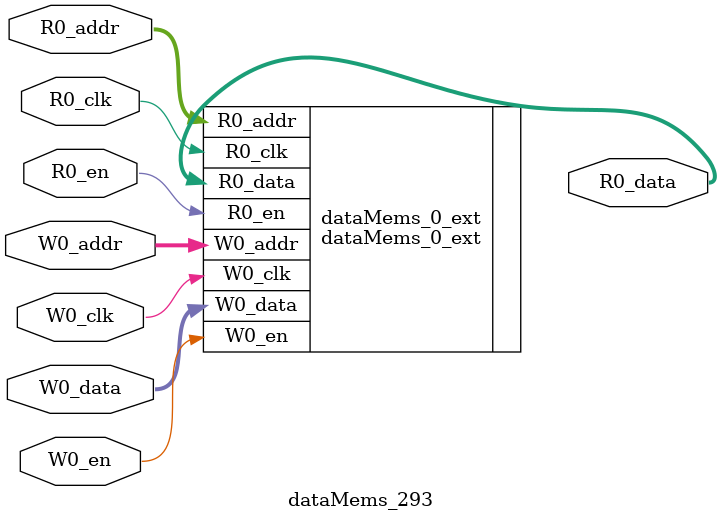
<source format=sv>
`ifndef RANDOMIZE
  `ifdef RANDOMIZE_REG_INIT
    `define RANDOMIZE
  `endif // RANDOMIZE_REG_INIT
`endif // not def RANDOMIZE
`ifndef RANDOMIZE
  `ifdef RANDOMIZE_MEM_INIT
    `define RANDOMIZE
  `endif // RANDOMIZE_MEM_INIT
`endif // not def RANDOMIZE

`ifndef RANDOM
  `define RANDOM $random
`endif // not def RANDOM

// Users can define 'PRINTF_COND' to add an extra gate to prints.
`ifndef PRINTF_COND_
  `ifdef PRINTF_COND
    `define PRINTF_COND_ (`PRINTF_COND)
  `else  // PRINTF_COND
    `define PRINTF_COND_ 1
  `endif // PRINTF_COND
`endif // not def PRINTF_COND_

// Users can define 'ASSERT_VERBOSE_COND' to add an extra gate to assert error printing.
`ifndef ASSERT_VERBOSE_COND_
  `ifdef ASSERT_VERBOSE_COND
    `define ASSERT_VERBOSE_COND_ (`ASSERT_VERBOSE_COND)
  `else  // ASSERT_VERBOSE_COND
    `define ASSERT_VERBOSE_COND_ 1
  `endif // ASSERT_VERBOSE_COND
`endif // not def ASSERT_VERBOSE_COND_

// Users can define 'STOP_COND' to add an extra gate to stop conditions.
`ifndef STOP_COND_
  `ifdef STOP_COND
    `define STOP_COND_ (`STOP_COND)
  `else  // STOP_COND
    `define STOP_COND_ 1
  `endif // STOP_COND
`endif // not def STOP_COND_

// Users can define INIT_RANDOM as general code that gets injected into the
// initializer block for modules with registers.
`ifndef INIT_RANDOM
  `define INIT_RANDOM
`endif // not def INIT_RANDOM

// If using random initialization, you can also define RANDOMIZE_DELAY to
// customize the delay used, otherwise 0.002 is used.
`ifndef RANDOMIZE_DELAY
  `define RANDOMIZE_DELAY 0.002
`endif // not def RANDOMIZE_DELAY

// Define INIT_RANDOM_PROLOG_ for use in our modules below.
`ifndef INIT_RANDOM_PROLOG_
  `ifdef RANDOMIZE
    `ifdef VERILATOR
      `define INIT_RANDOM_PROLOG_ `INIT_RANDOM
    `else  // VERILATOR
      `define INIT_RANDOM_PROLOG_ `INIT_RANDOM #`RANDOMIZE_DELAY begin end
    `endif // VERILATOR
  `else  // RANDOMIZE
    `define INIT_RANDOM_PROLOG_
  `endif // RANDOMIZE
`endif // not def INIT_RANDOM_PROLOG_

// Include register initializers in init blocks unless synthesis is set
`ifndef SYNTHESIS
  `ifndef ENABLE_INITIAL_REG_
    `define ENABLE_INITIAL_REG_
  `endif // not def ENABLE_INITIAL_REG_
`endif // not def SYNTHESIS

// Include rmemory initializers in init blocks unless synthesis is set
`ifndef SYNTHESIS
  `ifndef ENABLE_INITIAL_MEM_
    `define ENABLE_INITIAL_MEM_
  `endif // not def ENABLE_INITIAL_MEM_
`endif // not def SYNTHESIS

module dataMems_293(	// @[generators/ara/src/main/scala/UnsafeAXI4ToTL.scala:365:62]
  input  [4:0]  R0_addr,
  input         R0_en,
  input         R0_clk,
  output [66:0] R0_data,
  input  [4:0]  W0_addr,
  input         W0_en,
  input         W0_clk,
  input  [66:0] W0_data
);

  dataMems_0_ext dataMems_0_ext (	// @[generators/ara/src/main/scala/UnsafeAXI4ToTL.scala:365:62]
    .R0_addr (R0_addr),
    .R0_en   (R0_en),
    .R0_clk  (R0_clk),
    .R0_data (R0_data),
    .W0_addr (W0_addr),
    .W0_en   (W0_en),
    .W0_clk  (W0_clk),
    .W0_data (W0_data)
  );
endmodule


</source>
